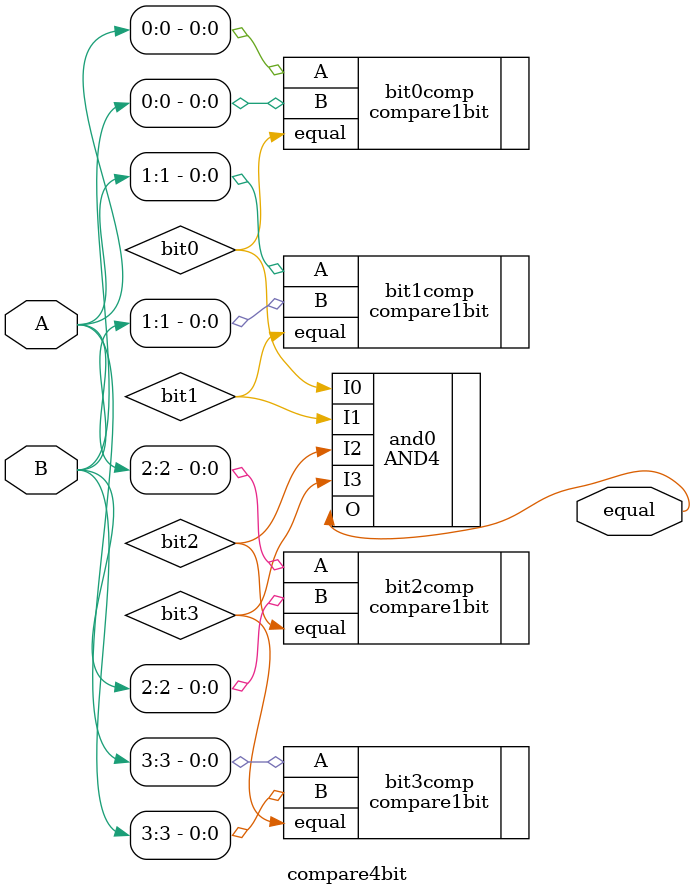
<source format=v>
`timescale 1ns / 1ps
module compare4bit(
    input [3:0] A,
    input [3:0] B,
	 output equal
    );
	 
	 //takes two 4-bit binary numbers as input. compares the numbers using an array of NOT(XOR) gates.
	 //returns 1 if the two numbers are equal and 0 otherwise.
	 
	 wire bit0, bit1, bit2, bit3;
	 
	 compare1bit bit0comp(.A(A[0]), .B(B[0]), .equal(bit0));
	 compare1bit bit1comp(.A(A[1]), .B(B[1]), .equal(bit1));
	 compare1bit bit2comp(.A(A[2]), .B(B[2]), .equal(bit2));
	 compare1bit bit3comp(.A(A[3]), .B(B[3]), .equal(bit3));
	 
	 AND4 and0(.I0(bit0), .I1(bit1), .I2(bit2), .I3(bit3), .O(equal));

endmodule

</source>
